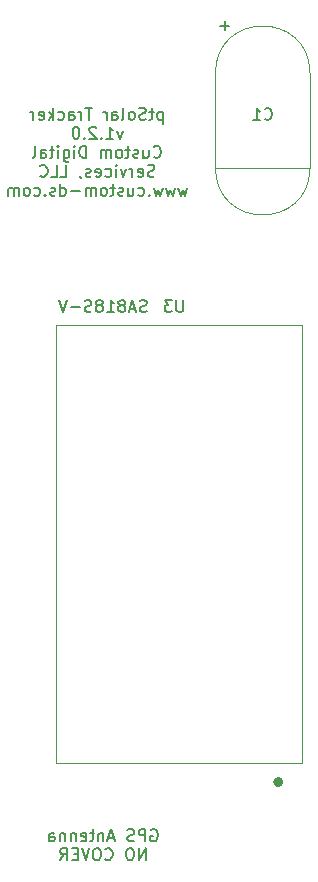
<source format=gbr>
%TF.GenerationSoftware,KiCad,Pcbnew,9.0.0*%
%TF.CreationDate,2025-06-23T21:15:42-05:00*%
%TF.ProjectId,ptSolar,7074536f-6c61-4722-9e6b-696361645f70,rev?*%
%TF.SameCoordinates,Original*%
%TF.FileFunction,Legend,Bot*%
%TF.FilePolarity,Positive*%
%FSLAX46Y46*%
G04 Gerber Fmt 4.6, Leading zero omitted, Abs format (unit mm)*
G04 Created by KiCad (PCBNEW 9.0.0) date 2025-06-23 21:15:42*
%MOMM*%
%LPD*%
G01*
G04 APERTURE LIST*
%ADD10C,0.150000*%
%ADD11C,0.100000*%
%ADD12C,0.450000*%
G04 APERTURE END LIST*
D10*
X151797620Y-76013376D02*
X151797620Y-77013376D01*
X151797620Y-76060995D02*
X151702382Y-76013376D01*
X151702382Y-76013376D02*
X151511906Y-76013376D01*
X151511906Y-76013376D02*
X151416668Y-76060995D01*
X151416668Y-76060995D02*
X151369049Y-76108614D01*
X151369049Y-76108614D02*
X151321430Y-76203852D01*
X151321430Y-76203852D02*
X151321430Y-76489566D01*
X151321430Y-76489566D02*
X151369049Y-76584804D01*
X151369049Y-76584804D02*
X151416668Y-76632424D01*
X151416668Y-76632424D02*
X151511906Y-76680043D01*
X151511906Y-76680043D02*
X151702382Y-76680043D01*
X151702382Y-76680043D02*
X151797620Y-76632424D01*
X151035715Y-76013376D02*
X150654763Y-76013376D01*
X150892858Y-75680043D02*
X150892858Y-76537185D01*
X150892858Y-76537185D02*
X150845239Y-76632424D01*
X150845239Y-76632424D02*
X150750001Y-76680043D01*
X150750001Y-76680043D02*
X150654763Y-76680043D01*
X150369048Y-76632424D02*
X150226191Y-76680043D01*
X150226191Y-76680043D02*
X149988096Y-76680043D01*
X149988096Y-76680043D02*
X149892858Y-76632424D01*
X149892858Y-76632424D02*
X149845239Y-76584804D01*
X149845239Y-76584804D02*
X149797620Y-76489566D01*
X149797620Y-76489566D02*
X149797620Y-76394328D01*
X149797620Y-76394328D02*
X149845239Y-76299090D01*
X149845239Y-76299090D02*
X149892858Y-76251471D01*
X149892858Y-76251471D02*
X149988096Y-76203852D01*
X149988096Y-76203852D02*
X150178572Y-76156233D01*
X150178572Y-76156233D02*
X150273810Y-76108614D01*
X150273810Y-76108614D02*
X150321429Y-76060995D01*
X150321429Y-76060995D02*
X150369048Y-75965757D01*
X150369048Y-75965757D02*
X150369048Y-75870519D01*
X150369048Y-75870519D02*
X150321429Y-75775281D01*
X150321429Y-75775281D02*
X150273810Y-75727662D01*
X150273810Y-75727662D02*
X150178572Y-75680043D01*
X150178572Y-75680043D02*
X149940477Y-75680043D01*
X149940477Y-75680043D02*
X149797620Y-75727662D01*
X149226191Y-76680043D02*
X149321429Y-76632424D01*
X149321429Y-76632424D02*
X149369048Y-76584804D01*
X149369048Y-76584804D02*
X149416667Y-76489566D01*
X149416667Y-76489566D02*
X149416667Y-76203852D01*
X149416667Y-76203852D02*
X149369048Y-76108614D01*
X149369048Y-76108614D02*
X149321429Y-76060995D01*
X149321429Y-76060995D02*
X149226191Y-76013376D01*
X149226191Y-76013376D02*
X149083334Y-76013376D01*
X149083334Y-76013376D02*
X148988096Y-76060995D01*
X148988096Y-76060995D02*
X148940477Y-76108614D01*
X148940477Y-76108614D02*
X148892858Y-76203852D01*
X148892858Y-76203852D02*
X148892858Y-76489566D01*
X148892858Y-76489566D02*
X148940477Y-76584804D01*
X148940477Y-76584804D02*
X148988096Y-76632424D01*
X148988096Y-76632424D02*
X149083334Y-76680043D01*
X149083334Y-76680043D02*
X149226191Y-76680043D01*
X148321429Y-76680043D02*
X148416667Y-76632424D01*
X148416667Y-76632424D02*
X148464286Y-76537185D01*
X148464286Y-76537185D02*
X148464286Y-75680043D01*
X147511905Y-76680043D02*
X147511905Y-76156233D01*
X147511905Y-76156233D02*
X147559524Y-76060995D01*
X147559524Y-76060995D02*
X147654762Y-76013376D01*
X147654762Y-76013376D02*
X147845238Y-76013376D01*
X147845238Y-76013376D02*
X147940476Y-76060995D01*
X147511905Y-76632424D02*
X147607143Y-76680043D01*
X147607143Y-76680043D02*
X147845238Y-76680043D01*
X147845238Y-76680043D02*
X147940476Y-76632424D01*
X147940476Y-76632424D02*
X147988095Y-76537185D01*
X147988095Y-76537185D02*
X147988095Y-76441947D01*
X147988095Y-76441947D02*
X147940476Y-76346709D01*
X147940476Y-76346709D02*
X147845238Y-76299090D01*
X147845238Y-76299090D02*
X147607143Y-76299090D01*
X147607143Y-76299090D02*
X147511905Y-76251471D01*
X147035714Y-76680043D02*
X147035714Y-76013376D01*
X147035714Y-76203852D02*
X146988095Y-76108614D01*
X146988095Y-76108614D02*
X146940476Y-76060995D01*
X146940476Y-76060995D02*
X146845238Y-76013376D01*
X146845238Y-76013376D02*
X146750000Y-76013376D01*
X145797618Y-75680043D02*
X145226190Y-75680043D01*
X145511904Y-76680043D02*
X145511904Y-75680043D01*
X144892856Y-76680043D02*
X144892856Y-76013376D01*
X144892856Y-76203852D02*
X144845237Y-76108614D01*
X144845237Y-76108614D02*
X144797618Y-76060995D01*
X144797618Y-76060995D02*
X144702380Y-76013376D01*
X144702380Y-76013376D02*
X144607142Y-76013376D01*
X143845237Y-76680043D02*
X143845237Y-76156233D01*
X143845237Y-76156233D02*
X143892856Y-76060995D01*
X143892856Y-76060995D02*
X143988094Y-76013376D01*
X143988094Y-76013376D02*
X144178570Y-76013376D01*
X144178570Y-76013376D02*
X144273808Y-76060995D01*
X143845237Y-76632424D02*
X143940475Y-76680043D01*
X143940475Y-76680043D02*
X144178570Y-76680043D01*
X144178570Y-76680043D02*
X144273808Y-76632424D01*
X144273808Y-76632424D02*
X144321427Y-76537185D01*
X144321427Y-76537185D02*
X144321427Y-76441947D01*
X144321427Y-76441947D02*
X144273808Y-76346709D01*
X144273808Y-76346709D02*
X144178570Y-76299090D01*
X144178570Y-76299090D02*
X143940475Y-76299090D01*
X143940475Y-76299090D02*
X143845237Y-76251471D01*
X142940475Y-76632424D02*
X143035713Y-76680043D01*
X143035713Y-76680043D02*
X143226189Y-76680043D01*
X143226189Y-76680043D02*
X143321427Y-76632424D01*
X143321427Y-76632424D02*
X143369046Y-76584804D01*
X143369046Y-76584804D02*
X143416665Y-76489566D01*
X143416665Y-76489566D02*
X143416665Y-76203852D01*
X143416665Y-76203852D02*
X143369046Y-76108614D01*
X143369046Y-76108614D02*
X143321427Y-76060995D01*
X143321427Y-76060995D02*
X143226189Y-76013376D01*
X143226189Y-76013376D02*
X143035713Y-76013376D01*
X143035713Y-76013376D02*
X142940475Y-76060995D01*
X142511903Y-76680043D02*
X142511903Y-75680043D01*
X142416665Y-76299090D02*
X142130951Y-76680043D01*
X142130951Y-76013376D02*
X142511903Y-76394328D01*
X141321427Y-76632424D02*
X141416665Y-76680043D01*
X141416665Y-76680043D02*
X141607141Y-76680043D01*
X141607141Y-76680043D02*
X141702379Y-76632424D01*
X141702379Y-76632424D02*
X141749998Y-76537185D01*
X141749998Y-76537185D02*
X141749998Y-76156233D01*
X141749998Y-76156233D02*
X141702379Y-76060995D01*
X141702379Y-76060995D02*
X141607141Y-76013376D01*
X141607141Y-76013376D02*
X141416665Y-76013376D01*
X141416665Y-76013376D02*
X141321427Y-76060995D01*
X141321427Y-76060995D02*
X141273808Y-76156233D01*
X141273808Y-76156233D02*
X141273808Y-76251471D01*
X141273808Y-76251471D02*
X141749998Y-76346709D01*
X140845236Y-76680043D02*
X140845236Y-76013376D01*
X140845236Y-76203852D02*
X140797617Y-76108614D01*
X140797617Y-76108614D02*
X140749998Y-76060995D01*
X140749998Y-76060995D02*
X140654760Y-76013376D01*
X140654760Y-76013376D02*
X140559522Y-76013376D01*
X148392856Y-77623320D02*
X148154761Y-78289987D01*
X148154761Y-78289987D02*
X147916666Y-77623320D01*
X147011904Y-78289987D02*
X147583332Y-78289987D01*
X147297618Y-78289987D02*
X147297618Y-77289987D01*
X147297618Y-77289987D02*
X147392856Y-77432844D01*
X147392856Y-77432844D02*
X147488094Y-77528082D01*
X147488094Y-77528082D02*
X147583332Y-77575701D01*
X146583332Y-78194748D02*
X146535713Y-78242368D01*
X146535713Y-78242368D02*
X146583332Y-78289987D01*
X146583332Y-78289987D02*
X146630951Y-78242368D01*
X146630951Y-78242368D02*
X146583332Y-78194748D01*
X146583332Y-78194748D02*
X146583332Y-78289987D01*
X146154761Y-77385225D02*
X146107142Y-77337606D01*
X146107142Y-77337606D02*
X146011904Y-77289987D01*
X146011904Y-77289987D02*
X145773809Y-77289987D01*
X145773809Y-77289987D02*
X145678571Y-77337606D01*
X145678571Y-77337606D02*
X145630952Y-77385225D01*
X145630952Y-77385225D02*
X145583333Y-77480463D01*
X145583333Y-77480463D02*
X145583333Y-77575701D01*
X145583333Y-77575701D02*
X145630952Y-77718558D01*
X145630952Y-77718558D02*
X146202380Y-78289987D01*
X146202380Y-78289987D02*
X145583333Y-78289987D01*
X145154761Y-78194748D02*
X145107142Y-78242368D01*
X145107142Y-78242368D02*
X145154761Y-78289987D01*
X145154761Y-78289987D02*
X145202380Y-78242368D01*
X145202380Y-78242368D02*
X145154761Y-78194748D01*
X145154761Y-78194748D02*
X145154761Y-78289987D01*
X144488095Y-77289987D02*
X144392857Y-77289987D01*
X144392857Y-77289987D02*
X144297619Y-77337606D01*
X144297619Y-77337606D02*
X144250000Y-77385225D01*
X144250000Y-77385225D02*
X144202381Y-77480463D01*
X144202381Y-77480463D02*
X144154762Y-77670939D01*
X144154762Y-77670939D02*
X144154762Y-77909034D01*
X144154762Y-77909034D02*
X144202381Y-78099510D01*
X144202381Y-78099510D02*
X144250000Y-78194748D01*
X144250000Y-78194748D02*
X144297619Y-78242368D01*
X144297619Y-78242368D02*
X144392857Y-78289987D01*
X144392857Y-78289987D02*
X144488095Y-78289987D01*
X144488095Y-78289987D02*
X144583333Y-78242368D01*
X144583333Y-78242368D02*
X144630952Y-78194748D01*
X144630952Y-78194748D02*
X144678571Y-78099510D01*
X144678571Y-78099510D02*
X144726190Y-77909034D01*
X144726190Y-77909034D02*
X144726190Y-77670939D01*
X144726190Y-77670939D02*
X144678571Y-77480463D01*
X144678571Y-77480463D02*
X144630952Y-77385225D01*
X144630952Y-77385225D02*
X144583333Y-77337606D01*
X144583333Y-77337606D02*
X144488095Y-77289987D01*
X151011905Y-79804692D02*
X151059524Y-79852312D01*
X151059524Y-79852312D02*
X151202381Y-79899931D01*
X151202381Y-79899931D02*
X151297619Y-79899931D01*
X151297619Y-79899931D02*
X151440476Y-79852312D01*
X151440476Y-79852312D02*
X151535714Y-79757073D01*
X151535714Y-79757073D02*
X151583333Y-79661835D01*
X151583333Y-79661835D02*
X151630952Y-79471359D01*
X151630952Y-79471359D02*
X151630952Y-79328502D01*
X151630952Y-79328502D02*
X151583333Y-79138026D01*
X151583333Y-79138026D02*
X151535714Y-79042788D01*
X151535714Y-79042788D02*
X151440476Y-78947550D01*
X151440476Y-78947550D02*
X151297619Y-78899931D01*
X151297619Y-78899931D02*
X151202381Y-78899931D01*
X151202381Y-78899931D02*
X151059524Y-78947550D01*
X151059524Y-78947550D02*
X151011905Y-78995169D01*
X150154762Y-79233264D02*
X150154762Y-79899931D01*
X150583333Y-79233264D02*
X150583333Y-79757073D01*
X150583333Y-79757073D02*
X150535714Y-79852312D01*
X150535714Y-79852312D02*
X150440476Y-79899931D01*
X150440476Y-79899931D02*
X150297619Y-79899931D01*
X150297619Y-79899931D02*
X150202381Y-79852312D01*
X150202381Y-79852312D02*
X150154762Y-79804692D01*
X149726190Y-79852312D02*
X149630952Y-79899931D01*
X149630952Y-79899931D02*
X149440476Y-79899931D01*
X149440476Y-79899931D02*
X149345238Y-79852312D01*
X149345238Y-79852312D02*
X149297619Y-79757073D01*
X149297619Y-79757073D02*
X149297619Y-79709454D01*
X149297619Y-79709454D02*
X149345238Y-79614216D01*
X149345238Y-79614216D02*
X149440476Y-79566597D01*
X149440476Y-79566597D02*
X149583333Y-79566597D01*
X149583333Y-79566597D02*
X149678571Y-79518978D01*
X149678571Y-79518978D02*
X149726190Y-79423740D01*
X149726190Y-79423740D02*
X149726190Y-79376121D01*
X149726190Y-79376121D02*
X149678571Y-79280883D01*
X149678571Y-79280883D02*
X149583333Y-79233264D01*
X149583333Y-79233264D02*
X149440476Y-79233264D01*
X149440476Y-79233264D02*
X149345238Y-79280883D01*
X149011904Y-79233264D02*
X148630952Y-79233264D01*
X148869047Y-78899931D02*
X148869047Y-79757073D01*
X148869047Y-79757073D02*
X148821428Y-79852312D01*
X148821428Y-79852312D02*
X148726190Y-79899931D01*
X148726190Y-79899931D02*
X148630952Y-79899931D01*
X148154761Y-79899931D02*
X148249999Y-79852312D01*
X148249999Y-79852312D02*
X148297618Y-79804692D01*
X148297618Y-79804692D02*
X148345237Y-79709454D01*
X148345237Y-79709454D02*
X148345237Y-79423740D01*
X148345237Y-79423740D02*
X148297618Y-79328502D01*
X148297618Y-79328502D02*
X148249999Y-79280883D01*
X148249999Y-79280883D02*
X148154761Y-79233264D01*
X148154761Y-79233264D02*
X148011904Y-79233264D01*
X148011904Y-79233264D02*
X147916666Y-79280883D01*
X147916666Y-79280883D02*
X147869047Y-79328502D01*
X147869047Y-79328502D02*
X147821428Y-79423740D01*
X147821428Y-79423740D02*
X147821428Y-79709454D01*
X147821428Y-79709454D02*
X147869047Y-79804692D01*
X147869047Y-79804692D02*
X147916666Y-79852312D01*
X147916666Y-79852312D02*
X148011904Y-79899931D01*
X148011904Y-79899931D02*
X148154761Y-79899931D01*
X147392856Y-79899931D02*
X147392856Y-79233264D01*
X147392856Y-79328502D02*
X147345237Y-79280883D01*
X147345237Y-79280883D02*
X147249999Y-79233264D01*
X147249999Y-79233264D02*
X147107142Y-79233264D01*
X147107142Y-79233264D02*
X147011904Y-79280883D01*
X147011904Y-79280883D02*
X146964285Y-79376121D01*
X146964285Y-79376121D02*
X146964285Y-79899931D01*
X146964285Y-79376121D02*
X146916666Y-79280883D01*
X146916666Y-79280883D02*
X146821428Y-79233264D01*
X146821428Y-79233264D02*
X146678571Y-79233264D01*
X146678571Y-79233264D02*
X146583332Y-79280883D01*
X146583332Y-79280883D02*
X146535713Y-79376121D01*
X146535713Y-79376121D02*
X146535713Y-79899931D01*
X145297618Y-79899931D02*
X145297618Y-78899931D01*
X145297618Y-78899931D02*
X145059523Y-78899931D01*
X145059523Y-78899931D02*
X144916666Y-78947550D01*
X144916666Y-78947550D02*
X144821428Y-79042788D01*
X144821428Y-79042788D02*
X144773809Y-79138026D01*
X144773809Y-79138026D02*
X144726190Y-79328502D01*
X144726190Y-79328502D02*
X144726190Y-79471359D01*
X144726190Y-79471359D02*
X144773809Y-79661835D01*
X144773809Y-79661835D02*
X144821428Y-79757073D01*
X144821428Y-79757073D02*
X144916666Y-79852312D01*
X144916666Y-79852312D02*
X145059523Y-79899931D01*
X145059523Y-79899931D02*
X145297618Y-79899931D01*
X144297618Y-79899931D02*
X144297618Y-79233264D01*
X144297618Y-78899931D02*
X144345237Y-78947550D01*
X144345237Y-78947550D02*
X144297618Y-78995169D01*
X144297618Y-78995169D02*
X144249999Y-78947550D01*
X144249999Y-78947550D02*
X144297618Y-78899931D01*
X144297618Y-78899931D02*
X144297618Y-78995169D01*
X143392857Y-79233264D02*
X143392857Y-80042788D01*
X143392857Y-80042788D02*
X143440476Y-80138026D01*
X143440476Y-80138026D02*
X143488095Y-80185645D01*
X143488095Y-80185645D02*
X143583333Y-80233264D01*
X143583333Y-80233264D02*
X143726190Y-80233264D01*
X143726190Y-80233264D02*
X143821428Y-80185645D01*
X143392857Y-79852312D02*
X143488095Y-79899931D01*
X143488095Y-79899931D02*
X143678571Y-79899931D01*
X143678571Y-79899931D02*
X143773809Y-79852312D01*
X143773809Y-79852312D02*
X143821428Y-79804692D01*
X143821428Y-79804692D02*
X143869047Y-79709454D01*
X143869047Y-79709454D02*
X143869047Y-79423740D01*
X143869047Y-79423740D02*
X143821428Y-79328502D01*
X143821428Y-79328502D02*
X143773809Y-79280883D01*
X143773809Y-79280883D02*
X143678571Y-79233264D01*
X143678571Y-79233264D02*
X143488095Y-79233264D01*
X143488095Y-79233264D02*
X143392857Y-79280883D01*
X142916666Y-79899931D02*
X142916666Y-79233264D01*
X142916666Y-78899931D02*
X142964285Y-78947550D01*
X142964285Y-78947550D02*
X142916666Y-78995169D01*
X142916666Y-78995169D02*
X142869047Y-78947550D01*
X142869047Y-78947550D02*
X142916666Y-78899931D01*
X142916666Y-78899931D02*
X142916666Y-78995169D01*
X142583333Y-79233264D02*
X142202381Y-79233264D01*
X142440476Y-78899931D02*
X142440476Y-79757073D01*
X142440476Y-79757073D02*
X142392857Y-79852312D01*
X142392857Y-79852312D02*
X142297619Y-79899931D01*
X142297619Y-79899931D02*
X142202381Y-79899931D01*
X141440476Y-79899931D02*
X141440476Y-79376121D01*
X141440476Y-79376121D02*
X141488095Y-79280883D01*
X141488095Y-79280883D02*
X141583333Y-79233264D01*
X141583333Y-79233264D02*
X141773809Y-79233264D01*
X141773809Y-79233264D02*
X141869047Y-79280883D01*
X141440476Y-79852312D02*
X141535714Y-79899931D01*
X141535714Y-79899931D02*
X141773809Y-79899931D01*
X141773809Y-79899931D02*
X141869047Y-79852312D01*
X141869047Y-79852312D02*
X141916666Y-79757073D01*
X141916666Y-79757073D02*
X141916666Y-79661835D01*
X141916666Y-79661835D02*
X141869047Y-79566597D01*
X141869047Y-79566597D02*
X141773809Y-79518978D01*
X141773809Y-79518978D02*
X141535714Y-79518978D01*
X141535714Y-79518978D02*
X141440476Y-79471359D01*
X140821428Y-79899931D02*
X140916666Y-79852312D01*
X140916666Y-79852312D02*
X140964285Y-79757073D01*
X140964285Y-79757073D02*
X140964285Y-78899931D01*
X151083333Y-81462256D02*
X150940476Y-81509875D01*
X150940476Y-81509875D02*
X150702381Y-81509875D01*
X150702381Y-81509875D02*
X150607143Y-81462256D01*
X150607143Y-81462256D02*
X150559524Y-81414636D01*
X150559524Y-81414636D02*
X150511905Y-81319398D01*
X150511905Y-81319398D02*
X150511905Y-81224160D01*
X150511905Y-81224160D02*
X150559524Y-81128922D01*
X150559524Y-81128922D02*
X150607143Y-81081303D01*
X150607143Y-81081303D02*
X150702381Y-81033684D01*
X150702381Y-81033684D02*
X150892857Y-80986065D01*
X150892857Y-80986065D02*
X150988095Y-80938446D01*
X150988095Y-80938446D02*
X151035714Y-80890827D01*
X151035714Y-80890827D02*
X151083333Y-80795589D01*
X151083333Y-80795589D02*
X151083333Y-80700351D01*
X151083333Y-80700351D02*
X151035714Y-80605113D01*
X151035714Y-80605113D02*
X150988095Y-80557494D01*
X150988095Y-80557494D02*
X150892857Y-80509875D01*
X150892857Y-80509875D02*
X150654762Y-80509875D01*
X150654762Y-80509875D02*
X150511905Y-80557494D01*
X149702381Y-81462256D02*
X149797619Y-81509875D01*
X149797619Y-81509875D02*
X149988095Y-81509875D01*
X149988095Y-81509875D02*
X150083333Y-81462256D01*
X150083333Y-81462256D02*
X150130952Y-81367017D01*
X150130952Y-81367017D02*
X150130952Y-80986065D01*
X150130952Y-80986065D02*
X150083333Y-80890827D01*
X150083333Y-80890827D02*
X149988095Y-80843208D01*
X149988095Y-80843208D02*
X149797619Y-80843208D01*
X149797619Y-80843208D02*
X149702381Y-80890827D01*
X149702381Y-80890827D02*
X149654762Y-80986065D01*
X149654762Y-80986065D02*
X149654762Y-81081303D01*
X149654762Y-81081303D02*
X150130952Y-81176541D01*
X149226190Y-81509875D02*
X149226190Y-80843208D01*
X149226190Y-81033684D02*
X149178571Y-80938446D01*
X149178571Y-80938446D02*
X149130952Y-80890827D01*
X149130952Y-80890827D02*
X149035714Y-80843208D01*
X149035714Y-80843208D02*
X148940476Y-80843208D01*
X148702380Y-80843208D02*
X148464285Y-81509875D01*
X148464285Y-81509875D02*
X148226190Y-80843208D01*
X147845237Y-81509875D02*
X147845237Y-80843208D01*
X147845237Y-80509875D02*
X147892856Y-80557494D01*
X147892856Y-80557494D02*
X147845237Y-80605113D01*
X147845237Y-80605113D02*
X147797618Y-80557494D01*
X147797618Y-80557494D02*
X147845237Y-80509875D01*
X147845237Y-80509875D02*
X147845237Y-80605113D01*
X146940476Y-81462256D02*
X147035714Y-81509875D01*
X147035714Y-81509875D02*
X147226190Y-81509875D01*
X147226190Y-81509875D02*
X147321428Y-81462256D01*
X147321428Y-81462256D02*
X147369047Y-81414636D01*
X147369047Y-81414636D02*
X147416666Y-81319398D01*
X147416666Y-81319398D02*
X147416666Y-81033684D01*
X147416666Y-81033684D02*
X147369047Y-80938446D01*
X147369047Y-80938446D02*
X147321428Y-80890827D01*
X147321428Y-80890827D02*
X147226190Y-80843208D01*
X147226190Y-80843208D02*
X147035714Y-80843208D01*
X147035714Y-80843208D02*
X146940476Y-80890827D01*
X146130952Y-81462256D02*
X146226190Y-81509875D01*
X146226190Y-81509875D02*
X146416666Y-81509875D01*
X146416666Y-81509875D02*
X146511904Y-81462256D01*
X146511904Y-81462256D02*
X146559523Y-81367017D01*
X146559523Y-81367017D02*
X146559523Y-80986065D01*
X146559523Y-80986065D02*
X146511904Y-80890827D01*
X146511904Y-80890827D02*
X146416666Y-80843208D01*
X146416666Y-80843208D02*
X146226190Y-80843208D01*
X146226190Y-80843208D02*
X146130952Y-80890827D01*
X146130952Y-80890827D02*
X146083333Y-80986065D01*
X146083333Y-80986065D02*
X146083333Y-81081303D01*
X146083333Y-81081303D02*
X146559523Y-81176541D01*
X145702380Y-81462256D02*
X145607142Y-81509875D01*
X145607142Y-81509875D02*
X145416666Y-81509875D01*
X145416666Y-81509875D02*
X145321428Y-81462256D01*
X145321428Y-81462256D02*
X145273809Y-81367017D01*
X145273809Y-81367017D02*
X145273809Y-81319398D01*
X145273809Y-81319398D02*
X145321428Y-81224160D01*
X145321428Y-81224160D02*
X145416666Y-81176541D01*
X145416666Y-81176541D02*
X145559523Y-81176541D01*
X145559523Y-81176541D02*
X145654761Y-81128922D01*
X145654761Y-81128922D02*
X145702380Y-81033684D01*
X145702380Y-81033684D02*
X145702380Y-80986065D01*
X145702380Y-80986065D02*
X145654761Y-80890827D01*
X145654761Y-80890827D02*
X145559523Y-80843208D01*
X145559523Y-80843208D02*
X145416666Y-80843208D01*
X145416666Y-80843208D02*
X145321428Y-80890827D01*
X144797618Y-81462256D02*
X144797618Y-81509875D01*
X144797618Y-81509875D02*
X144845237Y-81605113D01*
X144845237Y-81605113D02*
X144892856Y-81652732D01*
X143130952Y-81509875D02*
X143607142Y-81509875D01*
X143607142Y-81509875D02*
X143607142Y-80509875D01*
X142321428Y-81509875D02*
X142797618Y-81509875D01*
X142797618Y-81509875D02*
X142797618Y-80509875D01*
X141416666Y-81414636D02*
X141464285Y-81462256D01*
X141464285Y-81462256D02*
X141607142Y-81509875D01*
X141607142Y-81509875D02*
X141702380Y-81509875D01*
X141702380Y-81509875D02*
X141845237Y-81462256D01*
X141845237Y-81462256D02*
X141940475Y-81367017D01*
X141940475Y-81367017D02*
X141988094Y-81271779D01*
X141988094Y-81271779D02*
X142035713Y-81081303D01*
X142035713Y-81081303D02*
X142035713Y-80938446D01*
X142035713Y-80938446D02*
X141988094Y-80747970D01*
X141988094Y-80747970D02*
X141940475Y-80652732D01*
X141940475Y-80652732D02*
X141845237Y-80557494D01*
X141845237Y-80557494D02*
X141702380Y-80509875D01*
X141702380Y-80509875D02*
X141607142Y-80509875D01*
X141607142Y-80509875D02*
X141464285Y-80557494D01*
X141464285Y-80557494D02*
X141416666Y-80605113D01*
X153869046Y-82453152D02*
X153678570Y-83119819D01*
X153678570Y-83119819D02*
X153488094Y-82643628D01*
X153488094Y-82643628D02*
X153297618Y-83119819D01*
X153297618Y-83119819D02*
X153107142Y-82453152D01*
X152821427Y-82453152D02*
X152630951Y-83119819D01*
X152630951Y-83119819D02*
X152440475Y-82643628D01*
X152440475Y-82643628D02*
X152249999Y-83119819D01*
X152249999Y-83119819D02*
X152059523Y-82453152D01*
X151773808Y-82453152D02*
X151583332Y-83119819D01*
X151583332Y-83119819D02*
X151392856Y-82643628D01*
X151392856Y-82643628D02*
X151202380Y-83119819D01*
X151202380Y-83119819D02*
X151011904Y-82453152D01*
X150630951Y-83024580D02*
X150583332Y-83072200D01*
X150583332Y-83072200D02*
X150630951Y-83119819D01*
X150630951Y-83119819D02*
X150678570Y-83072200D01*
X150678570Y-83072200D02*
X150630951Y-83024580D01*
X150630951Y-83024580D02*
X150630951Y-83119819D01*
X149726190Y-83072200D02*
X149821428Y-83119819D01*
X149821428Y-83119819D02*
X150011904Y-83119819D01*
X150011904Y-83119819D02*
X150107142Y-83072200D01*
X150107142Y-83072200D02*
X150154761Y-83024580D01*
X150154761Y-83024580D02*
X150202380Y-82929342D01*
X150202380Y-82929342D02*
X150202380Y-82643628D01*
X150202380Y-82643628D02*
X150154761Y-82548390D01*
X150154761Y-82548390D02*
X150107142Y-82500771D01*
X150107142Y-82500771D02*
X150011904Y-82453152D01*
X150011904Y-82453152D02*
X149821428Y-82453152D01*
X149821428Y-82453152D02*
X149726190Y-82500771D01*
X148869047Y-82453152D02*
X148869047Y-83119819D01*
X149297618Y-82453152D02*
X149297618Y-82976961D01*
X149297618Y-82976961D02*
X149249999Y-83072200D01*
X149249999Y-83072200D02*
X149154761Y-83119819D01*
X149154761Y-83119819D02*
X149011904Y-83119819D01*
X149011904Y-83119819D02*
X148916666Y-83072200D01*
X148916666Y-83072200D02*
X148869047Y-83024580D01*
X148440475Y-83072200D02*
X148345237Y-83119819D01*
X148345237Y-83119819D02*
X148154761Y-83119819D01*
X148154761Y-83119819D02*
X148059523Y-83072200D01*
X148059523Y-83072200D02*
X148011904Y-82976961D01*
X148011904Y-82976961D02*
X148011904Y-82929342D01*
X148011904Y-82929342D02*
X148059523Y-82834104D01*
X148059523Y-82834104D02*
X148154761Y-82786485D01*
X148154761Y-82786485D02*
X148297618Y-82786485D01*
X148297618Y-82786485D02*
X148392856Y-82738866D01*
X148392856Y-82738866D02*
X148440475Y-82643628D01*
X148440475Y-82643628D02*
X148440475Y-82596009D01*
X148440475Y-82596009D02*
X148392856Y-82500771D01*
X148392856Y-82500771D02*
X148297618Y-82453152D01*
X148297618Y-82453152D02*
X148154761Y-82453152D01*
X148154761Y-82453152D02*
X148059523Y-82500771D01*
X147726189Y-82453152D02*
X147345237Y-82453152D01*
X147583332Y-82119819D02*
X147583332Y-82976961D01*
X147583332Y-82976961D02*
X147535713Y-83072200D01*
X147535713Y-83072200D02*
X147440475Y-83119819D01*
X147440475Y-83119819D02*
X147345237Y-83119819D01*
X146869046Y-83119819D02*
X146964284Y-83072200D01*
X146964284Y-83072200D02*
X147011903Y-83024580D01*
X147011903Y-83024580D02*
X147059522Y-82929342D01*
X147059522Y-82929342D02*
X147059522Y-82643628D01*
X147059522Y-82643628D02*
X147011903Y-82548390D01*
X147011903Y-82548390D02*
X146964284Y-82500771D01*
X146964284Y-82500771D02*
X146869046Y-82453152D01*
X146869046Y-82453152D02*
X146726189Y-82453152D01*
X146726189Y-82453152D02*
X146630951Y-82500771D01*
X146630951Y-82500771D02*
X146583332Y-82548390D01*
X146583332Y-82548390D02*
X146535713Y-82643628D01*
X146535713Y-82643628D02*
X146535713Y-82929342D01*
X146535713Y-82929342D02*
X146583332Y-83024580D01*
X146583332Y-83024580D02*
X146630951Y-83072200D01*
X146630951Y-83072200D02*
X146726189Y-83119819D01*
X146726189Y-83119819D02*
X146869046Y-83119819D01*
X146107141Y-83119819D02*
X146107141Y-82453152D01*
X146107141Y-82548390D02*
X146059522Y-82500771D01*
X146059522Y-82500771D02*
X145964284Y-82453152D01*
X145964284Y-82453152D02*
X145821427Y-82453152D01*
X145821427Y-82453152D02*
X145726189Y-82500771D01*
X145726189Y-82500771D02*
X145678570Y-82596009D01*
X145678570Y-82596009D02*
X145678570Y-83119819D01*
X145678570Y-82596009D02*
X145630951Y-82500771D01*
X145630951Y-82500771D02*
X145535713Y-82453152D01*
X145535713Y-82453152D02*
X145392856Y-82453152D01*
X145392856Y-82453152D02*
X145297617Y-82500771D01*
X145297617Y-82500771D02*
X145249998Y-82596009D01*
X145249998Y-82596009D02*
X145249998Y-83119819D01*
X144773808Y-82738866D02*
X144011904Y-82738866D01*
X143107142Y-83119819D02*
X143107142Y-82119819D01*
X143107142Y-83072200D02*
X143202380Y-83119819D01*
X143202380Y-83119819D02*
X143392856Y-83119819D01*
X143392856Y-83119819D02*
X143488094Y-83072200D01*
X143488094Y-83072200D02*
X143535713Y-83024580D01*
X143535713Y-83024580D02*
X143583332Y-82929342D01*
X143583332Y-82929342D02*
X143583332Y-82643628D01*
X143583332Y-82643628D02*
X143535713Y-82548390D01*
X143535713Y-82548390D02*
X143488094Y-82500771D01*
X143488094Y-82500771D02*
X143392856Y-82453152D01*
X143392856Y-82453152D02*
X143202380Y-82453152D01*
X143202380Y-82453152D02*
X143107142Y-82500771D01*
X142678570Y-83072200D02*
X142583332Y-83119819D01*
X142583332Y-83119819D02*
X142392856Y-83119819D01*
X142392856Y-83119819D02*
X142297618Y-83072200D01*
X142297618Y-83072200D02*
X142249999Y-82976961D01*
X142249999Y-82976961D02*
X142249999Y-82929342D01*
X142249999Y-82929342D02*
X142297618Y-82834104D01*
X142297618Y-82834104D02*
X142392856Y-82786485D01*
X142392856Y-82786485D02*
X142535713Y-82786485D01*
X142535713Y-82786485D02*
X142630951Y-82738866D01*
X142630951Y-82738866D02*
X142678570Y-82643628D01*
X142678570Y-82643628D02*
X142678570Y-82596009D01*
X142678570Y-82596009D02*
X142630951Y-82500771D01*
X142630951Y-82500771D02*
X142535713Y-82453152D01*
X142535713Y-82453152D02*
X142392856Y-82453152D01*
X142392856Y-82453152D02*
X142297618Y-82500771D01*
X141821427Y-83024580D02*
X141773808Y-83072200D01*
X141773808Y-83072200D02*
X141821427Y-83119819D01*
X141821427Y-83119819D02*
X141869046Y-83072200D01*
X141869046Y-83072200D02*
X141821427Y-83024580D01*
X141821427Y-83024580D02*
X141821427Y-83119819D01*
X140916666Y-83072200D02*
X141011904Y-83119819D01*
X141011904Y-83119819D02*
X141202380Y-83119819D01*
X141202380Y-83119819D02*
X141297618Y-83072200D01*
X141297618Y-83072200D02*
X141345237Y-83024580D01*
X141345237Y-83024580D02*
X141392856Y-82929342D01*
X141392856Y-82929342D02*
X141392856Y-82643628D01*
X141392856Y-82643628D02*
X141345237Y-82548390D01*
X141345237Y-82548390D02*
X141297618Y-82500771D01*
X141297618Y-82500771D02*
X141202380Y-82453152D01*
X141202380Y-82453152D02*
X141011904Y-82453152D01*
X141011904Y-82453152D02*
X140916666Y-82500771D01*
X140345237Y-83119819D02*
X140440475Y-83072200D01*
X140440475Y-83072200D02*
X140488094Y-83024580D01*
X140488094Y-83024580D02*
X140535713Y-82929342D01*
X140535713Y-82929342D02*
X140535713Y-82643628D01*
X140535713Y-82643628D02*
X140488094Y-82548390D01*
X140488094Y-82548390D02*
X140440475Y-82500771D01*
X140440475Y-82500771D02*
X140345237Y-82453152D01*
X140345237Y-82453152D02*
X140202380Y-82453152D01*
X140202380Y-82453152D02*
X140107142Y-82500771D01*
X140107142Y-82500771D02*
X140059523Y-82548390D01*
X140059523Y-82548390D02*
X140011904Y-82643628D01*
X140011904Y-82643628D02*
X140011904Y-82929342D01*
X140011904Y-82929342D02*
X140059523Y-83024580D01*
X140059523Y-83024580D02*
X140107142Y-83072200D01*
X140107142Y-83072200D02*
X140202380Y-83119819D01*
X140202380Y-83119819D02*
X140345237Y-83119819D01*
X139583332Y-83119819D02*
X139583332Y-82453152D01*
X139583332Y-82548390D02*
X139535713Y-82500771D01*
X139535713Y-82500771D02*
X139440475Y-82453152D01*
X139440475Y-82453152D02*
X139297618Y-82453152D01*
X139297618Y-82453152D02*
X139202380Y-82500771D01*
X139202380Y-82500771D02*
X139154761Y-82596009D01*
X139154761Y-82596009D02*
X139154761Y-83119819D01*
X139154761Y-82596009D02*
X139107142Y-82500771D01*
X139107142Y-82500771D02*
X139011904Y-82453152D01*
X139011904Y-82453152D02*
X138869047Y-82453152D01*
X138869047Y-82453152D02*
X138773808Y-82500771D01*
X138773808Y-82500771D02*
X138726189Y-82596009D01*
X138726189Y-82596009D02*
X138726189Y-83119819D01*
X150797619Y-136807494D02*
X150892857Y-136759875D01*
X150892857Y-136759875D02*
X151035714Y-136759875D01*
X151035714Y-136759875D02*
X151178571Y-136807494D01*
X151178571Y-136807494D02*
X151273809Y-136902732D01*
X151273809Y-136902732D02*
X151321428Y-136997970D01*
X151321428Y-136997970D02*
X151369047Y-137188446D01*
X151369047Y-137188446D02*
X151369047Y-137331303D01*
X151369047Y-137331303D02*
X151321428Y-137521779D01*
X151321428Y-137521779D02*
X151273809Y-137617017D01*
X151273809Y-137617017D02*
X151178571Y-137712256D01*
X151178571Y-137712256D02*
X151035714Y-137759875D01*
X151035714Y-137759875D02*
X150940476Y-137759875D01*
X150940476Y-137759875D02*
X150797619Y-137712256D01*
X150797619Y-137712256D02*
X150750000Y-137664636D01*
X150750000Y-137664636D02*
X150750000Y-137331303D01*
X150750000Y-137331303D02*
X150940476Y-137331303D01*
X150321428Y-137759875D02*
X150321428Y-136759875D01*
X150321428Y-136759875D02*
X149940476Y-136759875D01*
X149940476Y-136759875D02*
X149845238Y-136807494D01*
X149845238Y-136807494D02*
X149797619Y-136855113D01*
X149797619Y-136855113D02*
X149750000Y-136950351D01*
X149750000Y-136950351D02*
X149750000Y-137093208D01*
X149750000Y-137093208D02*
X149797619Y-137188446D01*
X149797619Y-137188446D02*
X149845238Y-137236065D01*
X149845238Y-137236065D02*
X149940476Y-137283684D01*
X149940476Y-137283684D02*
X150321428Y-137283684D01*
X149369047Y-137712256D02*
X149226190Y-137759875D01*
X149226190Y-137759875D02*
X148988095Y-137759875D01*
X148988095Y-137759875D02*
X148892857Y-137712256D01*
X148892857Y-137712256D02*
X148845238Y-137664636D01*
X148845238Y-137664636D02*
X148797619Y-137569398D01*
X148797619Y-137569398D02*
X148797619Y-137474160D01*
X148797619Y-137474160D02*
X148845238Y-137378922D01*
X148845238Y-137378922D02*
X148892857Y-137331303D01*
X148892857Y-137331303D02*
X148988095Y-137283684D01*
X148988095Y-137283684D02*
X149178571Y-137236065D01*
X149178571Y-137236065D02*
X149273809Y-137188446D01*
X149273809Y-137188446D02*
X149321428Y-137140827D01*
X149321428Y-137140827D02*
X149369047Y-137045589D01*
X149369047Y-137045589D02*
X149369047Y-136950351D01*
X149369047Y-136950351D02*
X149321428Y-136855113D01*
X149321428Y-136855113D02*
X149273809Y-136807494D01*
X149273809Y-136807494D02*
X149178571Y-136759875D01*
X149178571Y-136759875D02*
X148940476Y-136759875D01*
X148940476Y-136759875D02*
X148797619Y-136807494D01*
X147654761Y-137474160D02*
X147178571Y-137474160D01*
X147749999Y-137759875D02*
X147416666Y-136759875D01*
X147416666Y-136759875D02*
X147083333Y-137759875D01*
X146749999Y-137093208D02*
X146749999Y-137759875D01*
X146749999Y-137188446D02*
X146702380Y-137140827D01*
X146702380Y-137140827D02*
X146607142Y-137093208D01*
X146607142Y-137093208D02*
X146464285Y-137093208D01*
X146464285Y-137093208D02*
X146369047Y-137140827D01*
X146369047Y-137140827D02*
X146321428Y-137236065D01*
X146321428Y-137236065D02*
X146321428Y-137759875D01*
X145988094Y-137093208D02*
X145607142Y-137093208D01*
X145845237Y-136759875D02*
X145845237Y-137617017D01*
X145845237Y-137617017D02*
X145797618Y-137712256D01*
X145797618Y-137712256D02*
X145702380Y-137759875D01*
X145702380Y-137759875D02*
X145607142Y-137759875D01*
X144892856Y-137712256D02*
X144988094Y-137759875D01*
X144988094Y-137759875D02*
X145178570Y-137759875D01*
X145178570Y-137759875D02*
X145273808Y-137712256D01*
X145273808Y-137712256D02*
X145321427Y-137617017D01*
X145321427Y-137617017D02*
X145321427Y-137236065D01*
X145321427Y-137236065D02*
X145273808Y-137140827D01*
X145273808Y-137140827D02*
X145178570Y-137093208D01*
X145178570Y-137093208D02*
X144988094Y-137093208D01*
X144988094Y-137093208D02*
X144892856Y-137140827D01*
X144892856Y-137140827D02*
X144845237Y-137236065D01*
X144845237Y-137236065D02*
X144845237Y-137331303D01*
X144845237Y-137331303D02*
X145321427Y-137426541D01*
X144416665Y-137093208D02*
X144416665Y-137759875D01*
X144416665Y-137188446D02*
X144369046Y-137140827D01*
X144369046Y-137140827D02*
X144273808Y-137093208D01*
X144273808Y-137093208D02*
X144130951Y-137093208D01*
X144130951Y-137093208D02*
X144035713Y-137140827D01*
X144035713Y-137140827D02*
X143988094Y-137236065D01*
X143988094Y-137236065D02*
X143988094Y-137759875D01*
X143511903Y-137093208D02*
X143511903Y-137759875D01*
X143511903Y-137188446D02*
X143464284Y-137140827D01*
X143464284Y-137140827D02*
X143369046Y-137093208D01*
X143369046Y-137093208D02*
X143226189Y-137093208D01*
X143226189Y-137093208D02*
X143130951Y-137140827D01*
X143130951Y-137140827D02*
X143083332Y-137236065D01*
X143083332Y-137236065D02*
X143083332Y-137759875D01*
X142178570Y-137759875D02*
X142178570Y-137236065D01*
X142178570Y-137236065D02*
X142226189Y-137140827D01*
X142226189Y-137140827D02*
X142321427Y-137093208D01*
X142321427Y-137093208D02*
X142511903Y-137093208D01*
X142511903Y-137093208D02*
X142607141Y-137140827D01*
X142178570Y-137712256D02*
X142273808Y-137759875D01*
X142273808Y-137759875D02*
X142511903Y-137759875D01*
X142511903Y-137759875D02*
X142607141Y-137712256D01*
X142607141Y-137712256D02*
X142654760Y-137617017D01*
X142654760Y-137617017D02*
X142654760Y-137521779D01*
X142654760Y-137521779D02*
X142607141Y-137426541D01*
X142607141Y-137426541D02*
X142511903Y-137378922D01*
X142511903Y-137378922D02*
X142273808Y-137378922D01*
X142273808Y-137378922D02*
X142178570Y-137331303D01*
X150345237Y-139369819D02*
X150345237Y-138369819D01*
X150345237Y-138369819D02*
X149773809Y-139369819D01*
X149773809Y-139369819D02*
X149773809Y-138369819D01*
X149107142Y-138369819D02*
X148916666Y-138369819D01*
X148916666Y-138369819D02*
X148821428Y-138417438D01*
X148821428Y-138417438D02*
X148726190Y-138512676D01*
X148726190Y-138512676D02*
X148678571Y-138703152D01*
X148678571Y-138703152D02*
X148678571Y-139036485D01*
X148678571Y-139036485D02*
X148726190Y-139226961D01*
X148726190Y-139226961D02*
X148821428Y-139322200D01*
X148821428Y-139322200D02*
X148916666Y-139369819D01*
X148916666Y-139369819D02*
X149107142Y-139369819D01*
X149107142Y-139369819D02*
X149202380Y-139322200D01*
X149202380Y-139322200D02*
X149297618Y-139226961D01*
X149297618Y-139226961D02*
X149345237Y-139036485D01*
X149345237Y-139036485D02*
X149345237Y-138703152D01*
X149345237Y-138703152D02*
X149297618Y-138512676D01*
X149297618Y-138512676D02*
X149202380Y-138417438D01*
X149202380Y-138417438D02*
X149107142Y-138369819D01*
X146916666Y-139274580D02*
X146964285Y-139322200D01*
X146964285Y-139322200D02*
X147107142Y-139369819D01*
X147107142Y-139369819D02*
X147202380Y-139369819D01*
X147202380Y-139369819D02*
X147345237Y-139322200D01*
X147345237Y-139322200D02*
X147440475Y-139226961D01*
X147440475Y-139226961D02*
X147488094Y-139131723D01*
X147488094Y-139131723D02*
X147535713Y-138941247D01*
X147535713Y-138941247D02*
X147535713Y-138798390D01*
X147535713Y-138798390D02*
X147488094Y-138607914D01*
X147488094Y-138607914D02*
X147440475Y-138512676D01*
X147440475Y-138512676D02*
X147345237Y-138417438D01*
X147345237Y-138417438D02*
X147202380Y-138369819D01*
X147202380Y-138369819D02*
X147107142Y-138369819D01*
X147107142Y-138369819D02*
X146964285Y-138417438D01*
X146964285Y-138417438D02*
X146916666Y-138465057D01*
X146297618Y-138369819D02*
X146107142Y-138369819D01*
X146107142Y-138369819D02*
X146011904Y-138417438D01*
X146011904Y-138417438D02*
X145916666Y-138512676D01*
X145916666Y-138512676D02*
X145869047Y-138703152D01*
X145869047Y-138703152D02*
X145869047Y-139036485D01*
X145869047Y-139036485D02*
X145916666Y-139226961D01*
X145916666Y-139226961D02*
X146011904Y-139322200D01*
X146011904Y-139322200D02*
X146107142Y-139369819D01*
X146107142Y-139369819D02*
X146297618Y-139369819D01*
X146297618Y-139369819D02*
X146392856Y-139322200D01*
X146392856Y-139322200D02*
X146488094Y-139226961D01*
X146488094Y-139226961D02*
X146535713Y-139036485D01*
X146535713Y-139036485D02*
X146535713Y-138703152D01*
X146535713Y-138703152D02*
X146488094Y-138512676D01*
X146488094Y-138512676D02*
X146392856Y-138417438D01*
X146392856Y-138417438D02*
X146297618Y-138369819D01*
X145583332Y-138369819D02*
X145249999Y-139369819D01*
X145249999Y-139369819D02*
X144916666Y-138369819D01*
X144583332Y-138846009D02*
X144249999Y-138846009D01*
X144107142Y-139369819D02*
X144583332Y-139369819D01*
X144583332Y-139369819D02*
X144583332Y-138369819D01*
X144583332Y-138369819D02*
X144107142Y-138369819D01*
X143107142Y-139369819D02*
X143440475Y-138893628D01*
X143678570Y-139369819D02*
X143678570Y-138369819D01*
X143678570Y-138369819D02*
X143297618Y-138369819D01*
X143297618Y-138369819D02*
X143202380Y-138417438D01*
X143202380Y-138417438D02*
X143154761Y-138465057D01*
X143154761Y-138465057D02*
X143107142Y-138560295D01*
X143107142Y-138560295D02*
X143107142Y-138703152D01*
X143107142Y-138703152D02*
X143154761Y-138798390D01*
X143154761Y-138798390D02*
X143202380Y-138846009D01*
X143202380Y-138846009D02*
X143297618Y-138893628D01*
X143297618Y-138893628D02*
X143678570Y-138893628D01*
X160416666Y-76609580D02*
X160464285Y-76657200D01*
X160464285Y-76657200D02*
X160607142Y-76704819D01*
X160607142Y-76704819D02*
X160702380Y-76704819D01*
X160702380Y-76704819D02*
X160845237Y-76657200D01*
X160845237Y-76657200D02*
X160940475Y-76561961D01*
X160940475Y-76561961D02*
X160988094Y-76466723D01*
X160988094Y-76466723D02*
X161035713Y-76276247D01*
X161035713Y-76276247D02*
X161035713Y-76133390D01*
X161035713Y-76133390D02*
X160988094Y-75942914D01*
X160988094Y-75942914D02*
X160940475Y-75847676D01*
X160940475Y-75847676D02*
X160845237Y-75752438D01*
X160845237Y-75752438D02*
X160702380Y-75704819D01*
X160702380Y-75704819D02*
X160607142Y-75704819D01*
X160607142Y-75704819D02*
X160464285Y-75752438D01*
X160464285Y-75752438D02*
X160416666Y-75800057D01*
X159464285Y-76704819D02*
X160035713Y-76704819D01*
X159749999Y-76704819D02*
X159749999Y-75704819D01*
X159749999Y-75704819D02*
X159845237Y-75847676D01*
X159845237Y-75847676D02*
X159940475Y-75942914D01*
X159940475Y-75942914D02*
X160035713Y-75990533D01*
X157413220Y-68738866D02*
X156651316Y-68738866D01*
X157032268Y-69119819D02*
X157032268Y-68357914D01*
X153511904Y-91954819D02*
X153511904Y-92764342D01*
X153511904Y-92764342D02*
X153464285Y-92859580D01*
X153464285Y-92859580D02*
X153416666Y-92907200D01*
X153416666Y-92907200D02*
X153321428Y-92954819D01*
X153321428Y-92954819D02*
X153130952Y-92954819D01*
X153130952Y-92954819D02*
X153035714Y-92907200D01*
X153035714Y-92907200D02*
X152988095Y-92859580D01*
X152988095Y-92859580D02*
X152940476Y-92764342D01*
X152940476Y-92764342D02*
X152940476Y-91954819D01*
X152559523Y-91954819D02*
X151940476Y-91954819D01*
X151940476Y-91954819D02*
X152273809Y-92335771D01*
X152273809Y-92335771D02*
X152130952Y-92335771D01*
X152130952Y-92335771D02*
X152035714Y-92383390D01*
X152035714Y-92383390D02*
X151988095Y-92431009D01*
X151988095Y-92431009D02*
X151940476Y-92526247D01*
X151940476Y-92526247D02*
X151940476Y-92764342D01*
X151940476Y-92764342D02*
X151988095Y-92859580D01*
X151988095Y-92859580D02*
X152035714Y-92907200D01*
X152035714Y-92907200D02*
X152130952Y-92954819D01*
X152130952Y-92954819D02*
X152416666Y-92954819D01*
X152416666Y-92954819D02*
X152511904Y-92907200D01*
X152511904Y-92907200D02*
X152559523Y-92859580D01*
X150416666Y-92907200D02*
X150273809Y-92954819D01*
X150273809Y-92954819D02*
X150035714Y-92954819D01*
X150035714Y-92954819D02*
X149940476Y-92907200D01*
X149940476Y-92907200D02*
X149892857Y-92859580D01*
X149892857Y-92859580D02*
X149845238Y-92764342D01*
X149845238Y-92764342D02*
X149845238Y-92669104D01*
X149845238Y-92669104D02*
X149892857Y-92573866D01*
X149892857Y-92573866D02*
X149940476Y-92526247D01*
X149940476Y-92526247D02*
X150035714Y-92478628D01*
X150035714Y-92478628D02*
X150226190Y-92431009D01*
X150226190Y-92431009D02*
X150321428Y-92383390D01*
X150321428Y-92383390D02*
X150369047Y-92335771D01*
X150369047Y-92335771D02*
X150416666Y-92240533D01*
X150416666Y-92240533D02*
X150416666Y-92145295D01*
X150416666Y-92145295D02*
X150369047Y-92050057D01*
X150369047Y-92050057D02*
X150321428Y-92002438D01*
X150321428Y-92002438D02*
X150226190Y-91954819D01*
X150226190Y-91954819D02*
X149988095Y-91954819D01*
X149988095Y-91954819D02*
X149845238Y-92002438D01*
X149464285Y-92669104D02*
X148988095Y-92669104D01*
X149559523Y-92954819D02*
X149226190Y-91954819D01*
X149226190Y-91954819D02*
X148892857Y-92954819D01*
X148416666Y-92383390D02*
X148511904Y-92335771D01*
X148511904Y-92335771D02*
X148559523Y-92288152D01*
X148559523Y-92288152D02*
X148607142Y-92192914D01*
X148607142Y-92192914D02*
X148607142Y-92145295D01*
X148607142Y-92145295D02*
X148559523Y-92050057D01*
X148559523Y-92050057D02*
X148511904Y-92002438D01*
X148511904Y-92002438D02*
X148416666Y-91954819D01*
X148416666Y-91954819D02*
X148226190Y-91954819D01*
X148226190Y-91954819D02*
X148130952Y-92002438D01*
X148130952Y-92002438D02*
X148083333Y-92050057D01*
X148083333Y-92050057D02*
X148035714Y-92145295D01*
X148035714Y-92145295D02*
X148035714Y-92192914D01*
X148035714Y-92192914D02*
X148083333Y-92288152D01*
X148083333Y-92288152D02*
X148130952Y-92335771D01*
X148130952Y-92335771D02*
X148226190Y-92383390D01*
X148226190Y-92383390D02*
X148416666Y-92383390D01*
X148416666Y-92383390D02*
X148511904Y-92431009D01*
X148511904Y-92431009D02*
X148559523Y-92478628D01*
X148559523Y-92478628D02*
X148607142Y-92573866D01*
X148607142Y-92573866D02*
X148607142Y-92764342D01*
X148607142Y-92764342D02*
X148559523Y-92859580D01*
X148559523Y-92859580D02*
X148511904Y-92907200D01*
X148511904Y-92907200D02*
X148416666Y-92954819D01*
X148416666Y-92954819D02*
X148226190Y-92954819D01*
X148226190Y-92954819D02*
X148130952Y-92907200D01*
X148130952Y-92907200D02*
X148083333Y-92859580D01*
X148083333Y-92859580D02*
X148035714Y-92764342D01*
X148035714Y-92764342D02*
X148035714Y-92573866D01*
X148035714Y-92573866D02*
X148083333Y-92478628D01*
X148083333Y-92478628D02*
X148130952Y-92431009D01*
X148130952Y-92431009D02*
X148226190Y-92383390D01*
X147083333Y-92954819D02*
X147654761Y-92954819D01*
X147369047Y-92954819D02*
X147369047Y-91954819D01*
X147369047Y-91954819D02*
X147464285Y-92097676D01*
X147464285Y-92097676D02*
X147559523Y-92192914D01*
X147559523Y-92192914D02*
X147654761Y-92240533D01*
X146511904Y-92383390D02*
X146607142Y-92335771D01*
X146607142Y-92335771D02*
X146654761Y-92288152D01*
X146654761Y-92288152D02*
X146702380Y-92192914D01*
X146702380Y-92192914D02*
X146702380Y-92145295D01*
X146702380Y-92145295D02*
X146654761Y-92050057D01*
X146654761Y-92050057D02*
X146607142Y-92002438D01*
X146607142Y-92002438D02*
X146511904Y-91954819D01*
X146511904Y-91954819D02*
X146321428Y-91954819D01*
X146321428Y-91954819D02*
X146226190Y-92002438D01*
X146226190Y-92002438D02*
X146178571Y-92050057D01*
X146178571Y-92050057D02*
X146130952Y-92145295D01*
X146130952Y-92145295D02*
X146130952Y-92192914D01*
X146130952Y-92192914D02*
X146178571Y-92288152D01*
X146178571Y-92288152D02*
X146226190Y-92335771D01*
X146226190Y-92335771D02*
X146321428Y-92383390D01*
X146321428Y-92383390D02*
X146511904Y-92383390D01*
X146511904Y-92383390D02*
X146607142Y-92431009D01*
X146607142Y-92431009D02*
X146654761Y-92478628D01*
X146654761Y-92478628D02*
X146702380Y-92573866D01*
X146702380Y-92573866D02*
X146702380Y-92764342D01*
X146702380Y-92764342D02*
X146654761Y-92859580D01*
X146654761Y-92859580D02*
X146607142Y-92907200D01*
X146607142Y-92907200D02*
X146511904Y-92954819D01*
X146511904Y-92954819D02*
X146321428Y-92954819D01*
X146321428Y-92954819D02*
X146226190Y-92907200D01*
X146226190Y-92907200D02*
X146178571Y-92859580D01*
X146178571Y-92859580D02*
X146130952Y-92764342D01*
X146130952Y-92764342D02*
X146130952Y-92573866D01*
X146130952Y-92573866D02*
X146178571Y-92478628D01*
X146178571Y-92478628D02*
X146226190Y-92431009D01*
X146226190Y-92431009D02*
X146321428Y-92383390D01*
X145749999Y-92907200D02*
X145607142Y-92954819D01*
X145607142Y-92954819D02*
X145369047Y-92954819D01*
X145369047Y-92954819D02*
X145273809Y-92907200D01*
X145273809Y-92907200D02*
X145226190Y-92859580D01*
X145226190Y-92859580D02*
X145178571Y-92764342D01*
X145178571Y-92764342D02*
X145178571Y-92669104D01*
X145178571Y-92669104D02*
X145226190Y-92573866D01*
X145226190Y-92573866D02*
X145273809Y-92526247D01*
X145273809Y-92526247D02*
X145369047Y-92478628D01*
X145369047Y-92478628D02*
X145559523Y-92431009D01*
X145559523Y-92431009D02*
X145654761Y-92383390D01*
X145654761Y-92383390D02*
X145702380Y-92335771D01*
X145702380Y-92335771D02*
X145749999Y-92240533D01*
X145749999Y-92240533D02*
X145749999Y-92145295D01*
X145749999Y-92145295D02*
X145702380Y-92050057D01*
X145702380Y-92050057D02*
X145654761Y-92002438D01*
X145654761Y-92002438D02*
X145559523Y-91954819D01*
X145559523Y-91954819D02*
X145321428Y-91954819D01*
X145321428Y-91954819D02*
X145178571Y-92002438D01*
X144749999Y-92573866D02*
X143988095Y-92573866D01*
X143654761Y-91954819D02*
X143321428Y-92954819D01*
X143321428Y-92954819D02*
X142988095Y-91954819D01*
D11*
%TO.C,C1*%
X156250000Y-72750000D02*
X156250000Y-80750000D01*
X164250000Y-80750000D02*
X156250000Y-80750000D01*
X164250000Y-80750000D02*
X164250000Y-72750000D01*
X156250000Y-72750000D02*
G75*
G02*
X164250000Y-72750000I4000000J0D01*
G01*
X164250000Y-80750000D02*
G75*
G02*
X156250000Y-80750000I-4000000J0D01*
G01*
%TO.C,U3*%
X142765000Y-94060000D02*
X142765000Y-131160000D01*
X142865000Y-131160000D02*
X163565000Y-131160000D01*
X163565000Y-94060000D02*
X142765000Y-94060000D01*
X163565000Y-131160000D02*
X163565000Y-94060000D01*
D12*
X161790000Y-132760000D02*
G75*
G02*
X161340000Y-132760000I-225000J0D01*
G01*
X161340000Y-132760000D02*
G75*
G02*
X161790000Y-132760000I225000J0D01*
G01*
%TD*%
M02*

</source>
